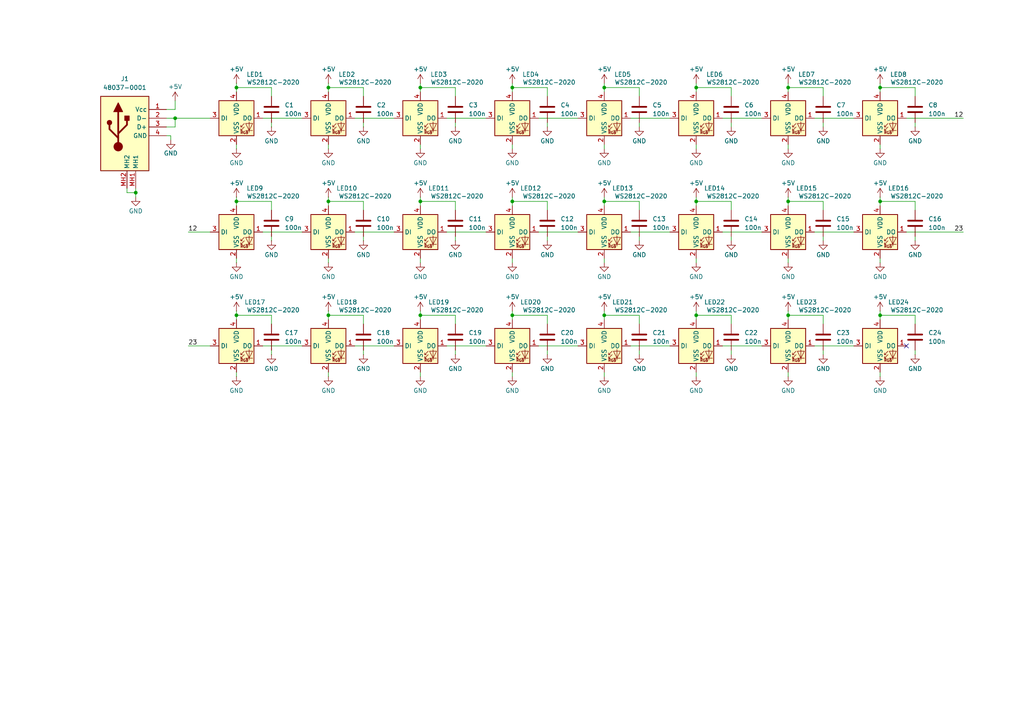
<source format=kicad_sch>
(kicad_sch (version 20250114) (generator "eeschema") (generator_version "9.0")
  (paper "A4")
  (lib_symbols
    (symbol "48037-0001:48037-0001"
      (property "Reference" "J" (at 12.7 13.97 0))
      (property "Value" "48037-0001" (at 10.16 10.16 0))
      (symbol "48037-0001_0_1"
        (circle (center -2.54 1.27) (radius 0.635) (stroke (width 0.254)) (fill (type outline)))
        (polyline (pts (xy -1.27 4.445) (xy 0 6.985) (xy 1.27 4.445) (xy -1.27 4.445)) (stroke (width 0.254)) (fill (type outline)))
        (polyline (pts (xy 0 -1.905) (xy 2.54 0.635) (xy 2.54 1.905)) (stroke (width 0.508)))
        (polyline (pts (xy 0 -3.175) (xy -2.54 -0.635) (xy -2.54 0.635)) (stroke (width 0.508)))
        (polyline (pts (xy 0 -5.715) (xy 0 4.445)) (stroke (width 0.508)))
        (circle (center 0 -5.715) (radius 1.27) (fill (type outline)))
        (rectangle (start 1.905 1.905) (end 3.175 3.175) (stroke (width 0.254)) (fill (type outline)))
      )
      (symbol "48037-0001_1_1"
        (rectangle (start -5.08 8.89) (end 8.89 -12.7) (stroke (width 0.254)) (fill (type background)))
        (pin passive line (at 2.54 -17.78 90) (length 5.08) (name "MH2") (number "MH2"))
        (pin passive line (at 5.08 -17.78 90) (length 5.08) (name "MH1") (number "MH1"))
        (pin passive line (at 13.97 5.08 180) (length 5.08) (name "Vcc") (number "1"))
        (pin passive line (at 13.97 2.54 180) (length 5.08) (name "D-") (number "2"))
        (pin passive line (at 13.97 0 180) (length 5.08) (name "D+") (number "3"))
        (pin passive line (at 13.97 -2.54 180) (length 5.08) (name "GND") (number "4"))
      )
    )
    (symbol "Device:C" (pin_numbers (hide yes)) (pin_names (offset 0.254))
      (property "Reference" "C" (at 0.635 2.54 0))
      (property "Value" "C" (at 0.635 -2.54 0))
      (symbol "C_0_1"
        (polyline (pts (xy -2.032 0.762) (xy 2.032 0.762)) (stroke (width 0.508)))
        (polyline (pts (xy -2.032 -0.762) (xy 2.032 -0.762)) (stroke (width 0.508)))
      )
      (symbol "C_1_1"
        (pin passive line (at 0 3.81 270) (length 2.794) (name "~") (number "1"))
        (pin passive line (at 0 -3.81 90) (length 2.794) (name "~") (number "2"))
      )
    )
    (symbol "WS2812C-2020:WS2812C-2020"
      (property "Reference" "LED" (at 21.59 7.62 0))
      (property "Value" "WS2812C-2020" (at 21.59 5.08 0))
      (symbol "WS2812C-2020_0_0"
        (text "RGB" (at 2.286 -4.191 0) (effects (font (size 0.762 0.762))))
      )
      (symbol "WS2812C-2020_0_1"
        (polyline (pts (xy 1.27 -2.54) (xy 1.778 -2.54)))
        (polyline (pts (xy 1.27 -3.556) (xy 1.778 -3.556)))
        (polyline (pts (xy 2.286 -1.524) (xy 1.27 -2.54) (xy 1.27 -2.032)))
        (polyline (pts (xy 2.286 -2.54) (xy 1.27 -3.556) (xy 1.27 -3.048)))
        (polyline (pts (xy 3.683 -1.016) (xy 3.683 -3.556) (xy 3.683 -4.064)))
        (polyline (pts (xy 4.699 -1.524) (xy 2.667 -1.524) (xy 3.683 -3.556) (xy 4.699 -1.524)))
        (polyline (pts (xy 4.699 -3.556) (xy 2.667 -3.556)))
        (rectangle (start 5.08 5.08) (end -5.08 -5.08) (stroke (width 0.254)) (fill (type background)))
      )
      (symbol "WS2812C-2020_1_1"
        (pin input line (at -7.62 0 0) (length 2.54) (name "DI") (number "3"))
        (pin power_in line (at 0 7.62 270) (length 2.54) (name "VDD") (number "4"))
        (pin power_in line (at 0 -7.62 90) (length 2.54) (name "VSS") (number "2"))
        (pin output line (at 7.62 0 180) (length 2.54) (name "DO") (number "1"))
      )
    )
    (symbol "power:GND" (power) (pin_numbers (hide yes)) (pin_names (offset 0) (hide yes))
      (property "Value" "GND" (at 0 -3.81 0))
      (symbol "GND_0_1"
        (polyline (pts (xy 0 0) (xy 0 -1.27) (xy 1.27 -1.27) (xy 0 -2.54) (xy -1.27 -1.27) (xy 0 -1.27)))
      )
      (symbol "GND_1_1"
        (pin power_in line (at 0 0 270) (length 0) (name "~") (number "1"))
      )
    )
    (symbol "power:VCC" (power) (pin_numbers (hide yes)) (pin_names (offset 0) (hide yes))
      (property "Value" "VCC" (at 0 3.556 0))
      (symbol "VCC_0_1"
        (polyline (pts (xy -0.762 1.27) (xy 0 2.54)))
        (polyline (pts (xy 0 2.54) (xy 0.762 1.27)))
        (polyline (pts (xy 0 0) (xy 0 2.54)))
      )
      (symbol "VCC_1_1"
        (pin power_in line (at 0 0 90) (length 0) (name "~") (number "1"))
      )
    )
  )
  (junction (at 255.27 58.42))
  (junction (at 95.25 91.44))
  (junction (at 39.37 55.88))
  (junction (at 50.8 34.29))
  (junction (at 121.92 25.4))
  (junction (at 68.58 25.4))
  (junction (at 201.93 91.44))
  (junction (at 95.25 25.4))
  (junction (at 121.92 58.42))
  (junction (at 201.93 58.42))
  (junction (at 95.25 58.42))
  (junction (at 255.27 91.44))
  (junction (at 148.59 58.42))
  (junction (at 175.26 91.44))
  (junction (at 148.59 25.4))
  (junction (at 121.92 91.44))
  (junction (at 228.6 25.4))
  (junction (at 201.93 25.4))
  (junction (at 228.6 58.42))
  (junction (at 228.6 91.44))
  (junction (at 68.58 91.44))
  (junction (at 175.26 58.42))
  (junction (at 175.26 25.4))
  (junction (at 68.58 58.42))
  (junction (at 148.59 91.44))
  (junction (at 255.27 25.4))
  (no_connect (at 262.89 100.33))
  (wire (pts (xy 121.92 91.44) (xy 121.92 92.71)))
  (wire (pts (xy 262.89 67.31) (xy 279.4 67.31)))
  (wire (pts (xy 175.26 91.44) (xy 185.42 91.44)))
  (wire (pts (xy 201.93 58.42) (xy 212.09 58.42)))
  (wire (pts (xy 148.59 57.15) (xy 148.59 58.42)))
  (wire (pts (xy 148.59 24.13) (xy 148.59 25.4)))
  (wire (pts (xy 265.43 68.58) (xy 265.43 69.85)))
  (wire (pts (xy 255.27 107.95) (xy 255.27 109.22)))
  (wire (pts (xy 255.27 74.93) (xy 255.27 76.2)))
  (wire (pts (xy 201.93 25.4) (xy 212.09 25.4)))
  (wire (pts (xy 238.76 93.98) (xy 238.76 91.44)))
  (wire (pts (xy 95.25 107.95) (xy 95.25 109.22)))
  (wire (pts (xy 50.8 36.83) (xy 50.8 34.29)))
  (wire (pts (xy 50.8 34.29) (xy 60.96 34.29)))
  (wire (pts (xy 68.58 91.44) (xy 78.74 91.44)))
  (wire (pts (xy 212.09 27.94) (xy 212.09 25.4)))
  (wire (pts (xy 49.53 39.37) (xy 48.26 39.37)))
  (wire (pts (xy 156.21 34.29) (xy 167.64 34.29)))
  (wire (pts (xy 78.74 35.56) (xy 78.74 36.83)))
  (wire (pts (xy 228.6 25.4) (xy 228.6 26.67)))
  (wire (pts (xy 201.93 25.4) (xy 201.93 26.67)))
  (wire (pts (xy 255.27 25.4) (xy 255.27 26.67)))
  (wire (pts (xy 148.59 107.95) (xy 148.59 109.22)))
  (wire (pts (xy 185.42 101.6) (xy 185.42 102.87)))
  (wire (pts (xy 238.76 68.58) (xy 238.76 69.85)))
  (wire (pts (xy 68.58 74.93) (xy 68.58 76.2)))
  (wire (pts (xy 148.59 91.44) (xy 148.59 92.71)))
  (wire (pts (xy 228.6 91.44) (xy 228.6 92.71)))
  (wire (pts (xy 48.26 34.29) (xy 50.8 34.29)))
  (wire (pts (xy 201.93 91.44) (xy 201.93 92.71)))
  (wire (pts (xy 76.2 67.31) (xy 87.63 67.31)))
  (wire (pts (xy 129.54 34.29) (xy 140.97 34.29)))
  (wire (pts (xy 121.92 90.17) (xy 121.92 91.44)))
  (wire (pts (xy 209.55 34.29) (xy 220.98 34.29)))
  (wire (pts (xy 121.92 74.93) (xy 121.92 76.2)))
  (wire (pts (xy 50.8 31.75) (xy 48.26 31.75)))
  (wire (pts (xy 228.6 107.95) (xy 228.6 109.22)))
  (wire (pts (xy 121.92 25.4) (xy 121.92 26.67)))
  (wire (pts (xy 238.76 101.6) (xy 238.76 102.87)))
  (wire (pts (xy 228.6 74.93) (xy 228.6 76.2)))
  (wire (pts (xy 228.6 25.4) (xy 238.76 25.4)))
  (wire (pts (xy 158.75 68.58) (xy 158.75 69.85)))
  (wire (pts (xy 255.27 57.15) (xy 255.27 58.42)))
  (wire (pts (xy 78.74 60.96) (xy 78.74 58.42)))
  (wire (pts (xy 102.87 67.31) (xy 114.3 67.31)))
  (wire (pts (xy 236.22 67.31) (xy 247.65 67.31)))
  (wire (pts (xy 175.26 41.91) (xy 175.26 43.18)))
  (wire (pts (xy 185.42 27.94) (xy 185.42 25.4)))
  (wire (pts (xy 185.42 93.98) (xy 185.42 91.44)))
  (wire (pts (xy 201.93 57.15) (xy 201.93 58.42)))
  (wire (pts (xy 212.09 68.58) (xy 212.09 69.85)))
  (wire (pts (xy 182.88 34.29) (xy 194.31 34.29)))
  (wire (pts (xy 48.26 36.83) (xy 50.8 36.83)))
  (wire (pts (xy 121.92 25.4) (xy 132.08 25.4)))
  (wire (pts (xy 132.08 35.56) (xy 132.08 36.83)))
  (wire (pts (xy 121.92 57.15) (xy 121.92 58.42)))
  (wire (pts (xy 255.27 90.17) (xy 255.27 91.44)))
  (wire (pts (xy 39.37 55.88) (xy 39.37 57.15)))
  (wire (pts (xy 175.26 74.93) (xy 175.26 76.2)))
  (wire (pts (xy 228.6 41.91) (xy 228.6 43.18)))
  (wire (pts (xy 236.22 100.33) (xy 247.65 100.33)))
  (wire (pts (xy 50.8 29.21) (xy 50.8 31.75)))
  (wire (pts (xy 201.93 41.91) (xy 201.93 43.18)))
  (wire (pts (xy 255.27 91.44) (xy 255.27 92.71)))
  (wire (pts (xy 228.6 57.15) (xy 228.6 58.42)))
  (wire (pts (xy 148.59 58.42) (xy 148.59 59.69)))
  (wire (pts (xy 209.55 67.31) (xy 220.98 67.31)))
  (wire (pts (xy 201.93 74.93) (xy 201.93 76.2)))
  (wire (pts (xy 228.6 24.13) (xy 228.6 25.4)))
  (wire (pts (xy 95.25 58.42) (xy 95.25 59.69)))
  (wire (pts (xy 265.43 60.96) (xy 265.43 58.42)))
  (wire (pts (xy 78.74 101.6) (xy 78.74 102.87)))
  (wire (pts (xy 68.58 58.42) (xy 78.74 58.42)))
  (wire (pts (xy 255.27 25.4) (xy 265.43 25.4)))
  (wire (pts (xy 148.59 25.4) (xy 148.59 26.67)))
  (wire (pts (xy 185.42 68.58) (xy 185.42 69.85)))
  (wire (pts (xy 185.42 60.96) (xy 185.42 58.42)))
  (wire (pts (xy 68.58 107.95) (xy 68.58 109.22)))
  (wire (pts (xy 158.75 60.96) (xy 158.75 58.42)))
  (wire (pts (xy 209.55 100.33) (xy 220.98 100.33)))
  (wire (pts (xy 105.41 60.96) (xy 105.41 58.42)))
  (wire (pts (xy 175.26 90.17) (xy 175.26 91.44)))
  (wire (pts (xy 156.21 67.31) (xy 167.64 67.31)))
  (wire (pts (xy 228.6 91.44) (xy 238.76 91.44)))
  (wire (pts (xy 148.59 58.42) (xy 158.75 58.42)))
  (wire (pts (xy 95.25 25.4) (xy 105.41 25.4)))
  (wire (pts (xy 255.27 58.42) (xy 255.27 59.69)))
  (wire (pts (xy 121.92 91.44) (xy 132.08 91.44)))
  (wire (pts (xy 185.42 35.56) (xy 185.42 36.83)))
  (wire (pts (xy 238.76 60.96) (xy 238.76 58.42)))
  (wire (pts (xy 132.08 27.94) (xy 132.08 25.4)))
  (wire (pts (xy 49.53 40.64) (xy 49.53 39.37)))
  (wire (pts (xy 175.26 58.42) (xy 175.26 59.69)))
  (wire (pts (xy 68.58 58.42) (xy 68.58 59.69)))
  (wire (pts (xy 175.26 57.15) (xy 175.26 58.42)))
  (wire (pts (xy 265.43 93.98) (xy 265.43 91.44)))
  (wire (pts (xy 175.26 91.44) (xy 175.26 92.71)))
  (wire (pts (xy 175.26 25.4) (xy 175.26 26.67)))
  (wire (pts (xy 201.93 24.13) (xy 201.93 25.4)))
  (wire (pts (xy 238.76 27.94) (xy 238.76 25.4)))
  (wire (pts (xy 158.75 93.98) (xy 158.75 91.44)))
  (wire (pts (xy 265.43 27.94) (xy 265.43 25.4)))
  (wire (pts (xy 228.6 58.42) (xy 238.76 58.42)))
  (wire (pts (xy 105.41 93.98) (xy 105.41 91.44)))
  (wire (pts (xy 102.87 100.33) (xy 114.3 100.33)))
  (wire (pts (xy 148.59 25.4) (xy 158.75 25.4)))
  (wire (pts (xy 175.26 107.95) (xy 175.26 109.22)))
  (wire (pts (xy 76.2 34.29) (xy 87.63 34.29)))
  (wire (pts (xy 255.27 41.91) (xy 255.27 43.18)))
  (wire (pts (xy 148.59 74.93) (xy 148.59 76.2)))
  (wire (pts (xy 78.74 93.98) (xy 78.74 91.44)))
  (wire (pts (xy 265.43 101.6) (xy 265.43 102.87)))
  (wire (pts (xy 95.25 57.15) (xy 95.25 58.42)))
  (wire (pts (xy 121.92 58.42) (xy 121.92 59.69)))
  (wire (pts (xy 158.75 27.94) (xy 158.75 25.4)))
  (wire (pts (xy 158.75 101.6) (xy 158.75 102.87)))
  (wire (pts (xy 68.58 57.15) (xy 68.58 58.42)))
  (wire (pts (xy 129.54 100.33) (xy 140.97 100.33)))
  (wire (pts (xy 255.27 58.42) (xy 265.43 58.42)))
  (wire (pts (xy 201.93 58.42) (xy 201.93 59.69)))
  (wire (pts (xy 95.25 24.13) (xy 95.25 25.4)))
  (wire (pts (xy 95.25 41.91) (xy 95.25 43.18)))
  (wire (pts (xy 201.93 107.95) (xy 201.93 109.22)))
  (wire (pts (xy 36.83 54.61) (xy 36.83 55.88)))
  (wire (pts (xy 129.54 67.31) (xy 140.97 67.31)))
  (wire (pts (xy 105.41 27.94) (xy 105.41 25.4)))
  (wire (pts (xy 95.25 91.44) (xy 105.41 91.44)))
  (wire (pts (xy 105.41 35.56) (xy 105.41 36.83)))
  (wire (pts (xy 132.08 101.6) (xy 132.08 102.87)))
  (wire (pts (xy 95.25 74.93) (xy 95.25 76.2)))
  (wire (pts (xy 68.58 25.4) (xy 68.58 26.67)))
  (wire (pts (xy 105.41 68.58) (xy 105.41 69.85)))
  (wire (pts (xy 148.59 90.17) (xy 148.59 91.44)))
  (wire (pts (xy 148.59 41.91) (xy 148.59 43.18)))
  (wire (pts (xy 182.88 67.31) (xy 194.31 67.31)))
  (wire (pts (xy 68.58 24.13) (xy 68.58 25.4)))
  (wire (pts (xy 238.76 35.56) (xy 238.76 36.83)))
  (wire (pts (xy 68.58 41.91) (xy 68.58 43.18)))
  (wire (pts (xy 228.6 90.17) (xy 228.6 91.44)))
  (wire (pts (xy 95.25 25.4) (xy 95.25 26.67)))
  (wire (pts (xy 36.83 55.88) (xy 39.37 55.88)))
  (wire (pts (xy 68.58 25.4) (xy 78.74 25.4)))
  (wire (pts (xy 121.92 41.91) (xy 121.92 43.18)))
  (wire (pts (xy 78.74 27.94) (xy 78.74 25.4)))
  (wire (pts (xy 212.09 101.6) (xy 212.09 102.87)))
  (wire (pts (xy 121.92 58.42) (xy 132.08 58.42)))
  (wire (pts (xy 201.93 90.17) (xy 201.93 91.44)))
  (wire (pts (xy 54.61 67.31) (xy 60.96 67.31)))
  (wire (pts (xy 175.26 58.42) (xy 185.42 58.42)))
  (wire (pts (xy 236.22 34.29) (xy 247.65 34.29)))
  (wire (pts (xy 121.92 24.13) (xy 121.92 25.4)))
  (wire (pts (xy 265.43 35.56) (xy 265.43 36.83)))
  (wire (pts (xy 201.93 91.44) (xy 212.09 91.44)))
  (wire (pts (xy 95.25 91.44) (xy 95.25 92.71)))
  (wire (pts (xy 95.25 58.42) (xy 105.41 58.42)))
  (wire (pts (xy 182.88 100.33) (xy 194.31 100.33)))
  (wire (pts (xy 132.08 68.58) (xy 132.08 69.85)))
  (wire (pts (xy 95.25 90.17) (xy 95.25 91.44)))
  (wire (pts (xy 121.92 107.95) (xy 121.92 109.22)))
  (wire (pts (xy 175.26 24.13) (xy 175.26 25.4)))
  (wire (pts (xy 255.27 24.13) (xy 255.27 25.4)))
  (wire (pts (xy 212.09 93.98) (xy 212.09 91.44)))
  (wire (pts (xy 102.87 34.29) (xy 114.3 34.29)))
  (wire (pts (xy 175.26 25.4) (xy 185.42 25.4)))
  (wire (pts (xy 212.09 60.96) (xy 212.09 58.42)))
  (wire (pts (xy 262.89 34.29) (xy 279.4 34.29)))
  (wire (pts (xy 156.21 100.33) (xy 167.64 100.33)))
  (wire (pts (xy 68.58 91.44) (xy 68.58 92.71)))
  (wire (pts (xy 228.6 58.42) (xy 228.6 59.69)))
  (wire (pts (xy 76.2 100.33) (xy 87.63 100.33)))
  (wire (pts (xy 255.27 91.44) (xy 265.43 91.44)))
  (wire (pts (xy 212.09 35.56) (xy 212.09 36.83)))
  (wire (pts (xy 132.08 93.98) (xy 132.08 91.44)))
  (wire (pts (xy 68.58 90.17) (xy 68.58 91.44)))
  (wire (pts (xy 148.59 91.44) (xy 158.75 91.44)))
  (wire (pts (xy 54.61 100.33) (xy 60.96 100.33)))
  (wire (pts (xy 158.75 35.56) (xy 158.75 36.83)))
  (wire (pts (xy 105.41 101.6) (xy 105.41 102.87)))
  (wire (pts (xy 39.37 54.61) (xy 39.37 55.88)))
  (wire (pts (xy 132.08 60.96) (xy 132.08 58.42)))
  (wire (pts (xy 78.74 68.58) (xy 78.74 69.85)))
  (label "12" (at 54.61 67.31 0))
  (label "23" (at 279.4 67.31 180))
  (label "23" (at 54.61 100.33 0))
  (label "12" (at 279.4 34.29 180))
  (symbol (lib_id "Device:C") (at 158.75 97.79 0) (unit 1)
    (property "Reference" "C20" (at 162.56 96.5199 0) (effects (justify left)))
    (property "Value" "100n" (at 162.56 99.0599 0) (effects (justify left)))
    (property "Footprint" "Capacitor_SMD:C_0603_1608Metric" (effects (hide yes)))
    (property "Description" "Unpolarized capacitor" (effects (hide yes)))
  )
  (symbol (lib_id "Device:C") (at 265.43 64.77 0) (unit 1)
    (property "Reference" "C16" (at 269.24 63.4999 0) (effects (justify left)))
    (property "Value" "100n" (at 269.24 66.0399 0) (effects (justify left)))
    (property "Footprint" "Capacitor_SMD:C_0603_1608Metric" (effects (hide yes)))
    (property "Description" "Unpolarized capacitor" (effects (hide yes)))
  )
  (symbol (lib_id "WS2812C-2020:WS2812C-2020") (at 201.93 34.29 0) (unit 1)
    (property "Reference" "LED6" (at 207.264 21.59 0))
    (property "Value" "WS2812C-2020" (at 212.598 23.876 0))
    (property "Footprint" "WS2812C-2020:WS2812C2020" (effects (hide yes)))
    (property "Datasheet" "http://www.world-semi.com/DownLoadFile/139" (effects (hide yes)))
    (property "Description" "Intelligent control LED integrated light source" (effects (hide yes)))
    (property "Height" "0.84" (effects (hide yes)))
    (property "Manufacturer_Name" "Worldsemi" (effects (hide yes)))
    (property "Manufacturer_Part_Number" "WS2812C-2020" (effects (hide yes)))
  )
  (symbol (lib_id "power:GND") (at 148.59 109.22 0) (unit 1)
    (property "Reference" "#PWR062" (effects (hide yes)))
    (property "Value" "GND" (at 148.59 113.284 0))
    (property "Description" "Power symbol creates a global label with name \"GND\" , ground" (effects (hide yes)))
  )
  (symbol (lib_id "power:GND") (at 185.42 102.87 0) (unit 1)
    (property "Reference" "#PWR066" (effects (hide yes)))
    (property "Value" "GND" (at 185.42 106.934 0))
    (property "Description" "Power symbol creates a global label with name \"GND\" , ground" (effects (hide yes)))
  )
  (symbol (lib_id "power:GND") (at 255.27 43.18 0) (unit 1)
    (property "Reference" "#PWR026" (effects (hide yes)))
    (property "Value" "GND" (at 255.27 47.244 0))
    (property "Description" "Power symbol creates a global label with name \"GND\" , ground" (effects (hide yes)))
  )
  (symbol (lib_id "power:GND") (at 105.41 102.87 0) (unit 1)
    (property "Reference" "#PWR057" (effects (hide yes)))
    (property "Value" "GND" (at 105.41 106.934 0))
    (property "Description" "Power symbol creates a global label with name \"GND\" , ground" (effects (hide yes)))
  )
  (symbol (lib_id "Device:C") (at 265.43 97.79 0) (unit 1)
    (property "Reference" "C24" (at 269.24 96.5199 0) (effects (justify left)))
    (property "Value" "100n" (at 269.24 99.0599 0) (effects (justify left)))
    (property "Footprint" "Capacitor_SMD:C_0603_1608Metric" (effects (hide yes)))
    (property "Description" "Unpolarized capacitor" (effects (hide yes)))
  )
  (symbol (lib_id "Device:C") (at 185.42 97.79 0) (unit 1)
    (property "Reference" "C21" (at 189.23 96.5199 0) (effects (justify left)))
    (property "Value" "100n" (at 189.23 99.0599 0) (effects (justify left)))
    (property "Footprint" "Capacitor_SMD:C_0603_1608Metric" (effects (hide yes)))
    (property "Description" "Unpolarized capacitor" (effects (hide yes)))
  )
  (symbol (lib_id "power:VCC") (at 228.6 57.15 0) (unit 1)
    (property "Reference" "#PWR046" (effects (hide yes)))
    (property "Value" "+5V" (at 228.6 53.086 0))
    (property "Description" "Power symbol creates a global label with name \"VCC\"" (effects (hide yes)))
  )
  (symbol (lib_id "power:GND") (at 212.09 36.83 0) (unit 1)
    (property "Reference" "#PWR021" (effects (hide yes)))
    (property "Value" "GND" (at 212.09 40.894 0))
    (property "Description" "Power symbol creates a global label with name \"GND\" , ground" (effects (hide yes)))
  )
  (symbol (lib_id "WS2812C-2020:WS2812C-2020") (at 95.25 34.29 0) (unit 1)
    (property "Reference" "LED2" (at 100.584 21.59 0))
    (property "Value" "WS2812C-2020" (at 105.918 23.876 0))
    (property "Footprint" "WS2812C-2020:WS2812C2020" (effects (hide yes)))
    (property "Datasheet" "http://www.world-semi.com/DownLoadFile/139" (effects (hide yes)))
    (property "Description" "Intelligent control LED integrated light source" (effects (hide yes)))
    (property "Height" "0.84" (effects (hide yes)))
    (property "Manufacturer_Name" "Worldsemi" (effects (hide yes)))
    (property "Manufacturer_Part_Number" "WS2812C-2020" (effects (hide yes)))
  )
  (symbol (lib_id "power:GND") (at 212.09 102.87 0) (unit 1)
    (property "Reference" "#PWR069" (effects (hide yes)))
    (property "Value" "GND" (at 212.09 106.934 0))
    (property "Description" "Power symbol creates a global label with name \"GND\" , ground" (effects (hide yes)))
  )
  (symbol (lib_id "power:VCC") (at 121.92 57.15 0) (unit 1)
    (property "Reference" "#PWR034" (effects (hide yes)))
    (property "Value" "+5V" (at 121.92 53.086 0))
    (property "Description" "Power symbol creates a global label with name \"VCC\"" (effects (hide yes)))
  )
  (symbol (lib_id "power:GND") (at 132.08 36.83 0) (unit 1)
    (property "Reference" "#PWR012" (effects (hide yes)))
    (property "Value" "GND" (at 132.08 40.894 0))
    (property "Description" "Power symbol creates a global label with name \"GND\" , ground" (effects (hide yes)))
  )
  (symbol (lib_id "power:GND") (at 95.25 109.22 0) (unit 1)
    (property "Reference" "#PWR056" (effects (hide yes)))
    (property "Value" "GND" (at 95.25 113.284 0))
    (property "Description" "Power symbol creates a global label with name \"GND\" , ground" (effects (hide yes)))
  )
  (symbol (lib_id "power:GND") (at 105.41 36.83 0) (unit 1)
    (property "Reference" "#PWR09" (effects (hide yes)))
    (property "Value" "GND" (at 105.41 40.894 0))
    (property "Description" "Power symbol creates a global label with name \"GND\" , ground" (effects (hide yes)))
  )
  (symbol (lib_id "WS2812C-2020:WS2812C-2020") (at 95.25 100.33 0) (unit 1)
    (property "Reference" "LED18" (at 100.584 87.63 0))
    (property "Value" "WS2812C-2020" (at 105.918 89.916 0))
    (property "Footprint" "WS2812C-2020:WS2812C2020" (effects (hide yes)))
    (property "Datasheet" "http://www.world-semi.com/DownLoadFile/139" (effects (hide yes)))
    (property "Description" "Intelligent control LED integrated light source" (effects (hide yes)))
    (property "Height" "0.84" (effects (hide yes)))
    (property "Manufacturer_Name" "Worldsemi" (effects (hide yes)))
    (property "Manufacturer_Part_Number" "WS2812C-2020" (effects (hide yes)))
  )
  (symbol (lib_id "power:GND") (at 265.43 36.83 0) (unit 1)
    (property "Reference" "#PWR027" (effects (hide yes)))
    (property "Value" "GND" (at 265.43 40.894 0))
    (property "Description" "Power symbol creates a global label with name \"GND\" , ground" (effects (hide yes)))
  )
  (symbol (lib_id "WS2812C-2020:WS2812C-2020") (at 201.93 67.31 0) (unit 1)
    (property "Reference" "LED14" (at 207.264 54.61 0))
    (property "Value" "WS2812C-2020" (at 212.598 56.896 0))
    (property "Footprint" "WS2812C-2020:WS2812C2020" (effects (hide yes)))
    (property "Datasheet" "http://www.world-semi.com/DownLoadFile/139" (effects (hide yes)))
    (property "Description" "Intelligent control LED integrated light source" (effects (hide yes)))
    (property "Height" "0.84" (effects (hide yes)))
    (property "Manufacturer_Name" "Worldsemi" (effects (hide yes)))
    (property "Manufacturer_Part_Number" "WS2812C-2020" (effects (hide yes)))
  )
  (symbol (lib_id "Device:C") (at 265.43 31.75 0) (unit 1)
    (property "Reference" "C8" (at 269.24 30.4799 0) (effects (justify left)))
    (property "Value" "100n" (at 269.24 33.0199 0) (effects (justify left)))
    (property "Footprint" "Capacitor_SMD:C_0603_1608Metric" (effects (hide yes)))
    (property "Description" "Unpolarized capacitor" (effects (hide yes)))
  )
  (symbol (lib_id "power:GND") (at 132.08 69.85 0) (unit 1)
    (property "Reference" "#PWR036" (effects (hide yes)))
    (property "Value" "GND" (at 132.08 73.914 0))
    (property "Description" "Power symbol creates a global label with name \"GND\" , ground" (effects (hide yes)))
  )
  (symbol (lib_id "power:GND") (at 78.74 102.87 0) (unit 1)
    (property "Reference" "#PWR054" (effects (hide yes)))
    (property "Value" "GND" (at 78.74 106.934 0))
    (property "Description" "Power symbol creates a global label with name \"GND\" , ground" (effects (hide yes)))
  )
  (symbol (lib_id "WS2812C-2020:WS2812C-2020") (at 121.92 34.29 0) (unit 1)
    (property "Reference" "LED3" (at 127.254 21.59 0))
    (property "Value" "WS2812C-2020" (at 132.588 23.876 0))
    (property "Footprint" "WS2812C-2020:WS2812C2020" (effects (hide yes)))
    (property "Datasheet" "http://www.world-semi.com/DownLoadFile/139" (effects (hide yes)))
    (property "Description" "Intelligent control LED integrated light source" (effects (hide yes)))
    (property "Height" "0.84" (effects (hide yes)))
    (property "Manufacturer_Name" "Worldsemi" (effects (hide yes)))
    (property "Manufacturer_Part_Number" "WS2812C-2020" (effects (hide yes)))
  )
  (symbol (lib_id "power:GND") (at 158.75 36.83 0) (unit 1)
    (property "Reference" "#PWR015" (effects (hide yes)))
    (property "Value" "GND" (at 158.75 40.894 0))
    (property "Description" "Power symbol creates a global label with name \"GND\" , ground" (effects (hide yes)))
  )
  (symbol (lib_id "power:VCC") (at 201.93 57.15 0) (unit 1)
    (property "Reference" "#PWR043" (effects (hide yes)))
    (property "Value" "+5V" (at 201.93 53.086 0))
    (property "Description" "Power symbol creates a global label with name \"VCC\"" (effects (hide yes)))
  )
  (symbol (lib_id "WS2812C-2020:WS2812C-2020") (at 175.26 34.29 0) (unit 1)
    (property "Reference" "LED5" (at 180.594 21.59 0))
    (property "Value" "WS2812C-2020" (at 185.928 23.876 0))
    (property "Footprint" "WS2812C-2020:WS2812C2020" (effects (hide yes)))
    (property "Datasheet" "http://www.world-semi.com/DownLoadFile/139" (effects (hide yes)))
    (property "Description" "Intelligent control LED integrated light source" (effects (hide yes)))
    (property "Height" "0.84" (effects (hide yes)))
    (property "Manufacturer_Name" "Worldsemi" (effects (hide yes)))
    (property "Manufacturer_Part_Number" "WS2812C-2020" (effects (hide yes)))
  )
  (symbol (lib_id "power:GND") (at 201.93 43.18 0) (unit 1)
    (property "Reference" "#PWR020" (effects (hide yes)))
    (property "Value" "GND" (at 201.93 47.244 0))
    (property "Description" "Power symbol creates a global label with name \"GND\" , ground" (effects (hide yes)))
  )
  (symbol (lib_id "Device:C") (at 212.09 97.79 0) (unit 1)
    (property "Reference" "C22" (at 215.9 96.5199 0) (effects (justify left)))
    (property "Value" "100n" (at 215.9 99.0599 0) (effects (justify left)))
    (property "Footprint" "Capacitor_SMD:C_0603_1608Metric" (effects (hide yes)))
    (property "Description" "Unpolarized capacitor" (effects (hide yes)))
  )
  (symbol (lib_id "power:VCC") (at 228.6 24.13 0) (unit 1)
    (property "Reference" "#PWR022" (effects (hide yes)))
    (property "Value" "+5V" (at 228.6 20.066 0))
    (property "Description" "Power symbol creates a global label with name \"VCC\"" (effects (hide yes)))
  )
  (symbol (lib_id "power:VCC") (at 228.6 90.17 0) (unit 1)
    (property "Reference" "#PWR070" (effects (hide yes)))
    (property "Value" "+5V" (at 228.6 86.106 0))
    (property "Description" "Power symbol creates a global label with name \"VCC\"" (effects (hide yes)))
  )
  (symbol (lib_id "Device:C") (at 185.42 31.75 0) (unit 1)
    (property "Reference" "C5" (at 189.23 30.4799 0) (effects (justify left)))
    (property "Value" "100n" (at 189.23 33.0199 0) (effects (justify left)))
    (property "Footprint" "Capacitor_SMD:C_0603_1608Metric" (effects (hide yes)))
    (property "Description" "Unpolarized capacitor" (effects (hide yes)))
  )
  (symbol (lib_id "Device:C") (at 238.76 31.75 0) (unit 1)
    (property "Reference" "C7" (at 242.57 30.4799 0) (effects (justify left)))
    (property "Value" "100n" (at 242.57 33.0199 0) (effects (justify left)))
    (property "Footprint" "Capacitor_SMD:C_0603_1608Metric" (effects (hide yes)))
    (property "Description" "Unpolarized capacitor" (effects (hide yes)))
  )
  (symbol (lib_id "power:GND") (at 228.6 109.22 0) (unit 1)
    (property "Reference" "#PWR071" (effects (hide yes)))
    (property "Value" "GND" (at 228.6 113.284 0))
    (property "Description" "Power symbol creates a global label with name \"GND\" , ground" (effects (hide yes)))
  )
  (symbol (lib_id "power:GND") (at 175.26 43.18 0) (unit 1)
    (property "Reference" "#PWR017" (effects (hide yes)))
    (property "Value" "GND" (at 175.26 47.244 0))
    (property "Description" "Power symbol creates a global label with name \"GND\" , ground" (effects (hide yes)))
  )
  (symbol (lib_id "power:VCC") (at 68.58 57.15 0) (unit 1)
    (property "Reference" "#PWR028" (effects (hide yes)))
    (property "Value" "+5V" (at 68.58 53.086 0))
    (property "Description" "Power symbol creates a global label with name \"VCC\"" (effects (hide yes)))
  )
  (symbol (lib_id "power:VCC") (at 68.58 24.13 0) (unit 1)
    (property "Reference" "#PWR05" (effects (hide yes)))
    (property "Value" "+5V" (at 68.58 20.066 0))
    (property "Description" "Power symbol creates a global label with name \"VCC\"" (effects (hide yes)))
  )
  (symbol (lib_id "power:GND") (at 175.26 76.2 0) (unit 1)
    (property "Reference" "#PWR041" (effects (hide yes)))
    (property "Value" "GND" (at 175.26 80.264 0))
    (property "Description" "Power symbol creates a global label with name \"GND\" , ground" (effects (hide yes)))
  )
  (symbol (lib_id "power:VCC") (at 95.25 24.13 0) (unit 1)
    (property "Reference" "#PWR07" (effects (hide yes)))
    (property "Value" "+5V" (at 95.25 20.066 0))
    (property "Description" "Power symbol creates a global label with name \"VCC\"" (effects (hide yes)))
  )
  (symbol (lib_id "Device:C") (at 132.08 97.79 0) (unit 1)
    (property "Reference" "C19" (at 135.89 96.5199 0) (effects (justify left)))
    (property "Value" "100n" (at 135.89 99.0599 0) (effects (justify left)))
    (property "Footprint" "Capacitor_SMD:C_0603_1608Metric" (effects (hide yes)))
    (property "Description" "Unpolarized capacitor" (effects (hide yes)))
  )
  (symbol (lib_id "power:GND") (at 39.37 57.15 0) (unit 1)
    (property "Reference" "#PWR01" (effects (hide yes)))
    (property "Value" "GND" (at 39.37 61.214 0))
    (property "Description" "Power symbol creates a global label with name \"GND\" , ground" (effects (hide yes)))
  )
  (symbol (lib_id "WS2812C-2020:WS2812C-2020") (at 68.58 67.31 0) (unit 1)
    (property "Reference" "LED9" (at 73.914 54.61 0))
    (property "Value" "WS2812C-2020" (at 79.248 56.896 0))
    (property "Footprint" "WS2812C-2020:WS2812C2020" (effects (hide yes)))
    (property "Datasheet" "http://www.world-semi.com/DownLoadFile/139" (effects (hide yes)))
    (property "Description" "Intelligent control LED integrated light source" (effects (hide yes)))
    (property "Height" "0.84" (effects (hide yes)))
    (property "Manufacturer_Name" "Worldsemi" (effects (hide yes)))
    (property "Manufacturer_Part_Number" "WS2812C-2020" (effects (hide yes)))
  )
  (symbol (lib_id "Device:C") (at 132.08 64.77 0) (unit 1)
    (property "Reference" "C11" (at 135.89 63.4999 0) (effects (justify left)))
    (property "Value" "100n" (at 135.89 66.0399 0) (effects (justify left)))
    (property "Footprint" "Capacitor_SMD:C_0603_1608Metric" (effects (hide yes)))
    (property "Description" "Unpolarized capacitor" (effects (hide yes)))
  )
  (symbol (lib_id "power:GND") (at 265.43 102.87 0) (unit 1)
    (property "Reference" "#PWR075" (effects (hide yes)))
    (property "Value" "GND" (at 265.43 106.934 0))
    (property "Description" "Power symbol creates a global label with name \"GND\" , ground" (effects (hide yes)))
  )
  (symbol (lib_id "WS2812C-2020:WS2812C-2020") (at 255.27 100.33 0) (unit 1)
    (property "Reference" "LED24" (at 260.604 87.63 0))
    (property "Value" "WS2812C-2020" (at 265.938 89.916 0))
    (property "Footprint" "WS2812C-2020:WS2812C2020" (effects (hide yes)))
    (property "Datasheet" "http://www.world-semi.com/DownLoadFile/139" (effects (hide yes)))
    (property "Description" "Intelligent control LED integrated light source" (effects (hide yes)))
    (property "Height" "0.84" (effects (hide yes)))
    (property "Manufacturer_Name" "Worldsemi" (effects (hide yes)))
    (property "Manufacturer_Part_Number" "WS2812C-2020" (effects (hide yes)))
  )
  (symbol (lib_id "power:VCC") (at 121.92 24.13 0) (unit 1)
    (property "Reference" "#PWR010" (effects (hide yes)))
    (property "Value" "+5V" (at 121.92 20.066 0))
    (property "Description" "Power symbol creates a global label with name \"VCC\"" (effects (hide yes)))
  )
  (symbol (lib_id "WS2812C-2020:WS2812C-2020") (at 68.58 100.33 0) (unit 1)
    (property "Reference" "LED17" (at 73.914 87.63 0))
    (property "Value" "WS2812C-2020" (at 79.248 89.916 0))
    (property "Footprint" "WS2812C-2020:WS2812C2020" (effects (hide yes)))
    (property "Datasheet" "http://www.world-semi.com/DownLoadFile/139" (effects (hide yes)))
    (property "Description" "Intelligent control LED integrated light source" (effects (hide yes)))
    (property "Height" "0.84" (effects (hide yes)))
    (property "Manufacturer_Name" "Worldsemi" (effects (hide yes)))
    (property "Manufacturer_Part_Number" "WS2812C-2020" (effects (hide yes)))
  )
  (symbol (lib_id "Device:C") (at 212.09 31.75 0) (unit 1)
    (property "Reference" "C6" (at 215.9 30.4799 0) (effects (justify left)))
    (property "Value" "100n" (at 215.9 33.0199 0) (effects (justify left)))
    (property "Footprint" "Capacitor_SMD:C_0603_1608Metric" (effects (hide yes)))
    (property "Description" "Unpolarized capacitor" (effects (hide yes)))
  )
  (symbol (lib_id "power:GND") (at 78.74 69.85 0) (unit 1)
    (property "Reference" "#PWR030" (effects (hide yes)))
    (property "Value" "GND" (at 78.74 73.914 0))
    (property "Description" "Power symbol creates a global label with name \"GND\" , ground" (effects (hide yes)))
  )
  (symbol (lib_id "power:VCC") (at 121.92 90.17 0) (unit 1)
    (property "Reference" "#PWR058" (effects (hide yes)))
    (property "Value" "+5V" (at 121.92 86.106 0))
    (property "Description" "Power symbol creates a global label with name \"VCC\"" (effects (hide yes)))
  )
  (symbol (lib_id "power:GND") (at 158.75 69.85 0) (unit 1)
    (property "Reference" "#PWR039" (effects (hide yes)))
    (property "Value" "GND" (at 158.75 73.914 0))
    (property "Description" "Power symbol creates a global label with name \"GND\" , ground" (effects (hide yes)))
  )
  (symbol (lib_id "power:VCC") (at 201.93 90.17 0) (unit 1)
    (property "Reference" "#PWR067" (effects (hide yes)))
    (property "Value" "+5V" (at 201.93 86.106 0))
    (property "Description" "Power symbol creates a global label with name \"VCC\"" (effects (hide yes)))
  )
  (symbol (lib_id "power:VCC") (at 201.93 24.13 0) (unit 1)
    (property "Reference" "#PWR019" (effects (hide yes)))
    (property "Value" "+5V" (at 201.93 20.066 0))
    (property "Description" "Power symbol creates a global label with name \"VCC\"" (effects (hide yes)))
  )
  (symbol (lib_id "WS2812C-2020:WS2812C-2020") (at 148.59 67.31 0) (unit 1)
    (property "Reference" "LED12" (at 153.924 54.61 0))
    (property "Value" "WS2812C-2020" (at 159.258 56.896 0))
    (property "Footprint" "WS2812C-2020:WS2812C2020" (effects (hide yes)))
    (property "Datasheet" "http://www.world-semi.com/DownLoadFile/139" (effects (hide yes)))
    (property "Description" "Intelligent control LED integrated light source" (effects (hide yes)))
    (property "Height" "0.84" (effects (hide yes)))
    (property "Manufacturer_Name" "Worldsemi" (effects (hide yes)))
    (property "Manufacturer_Part_Number" "WS2812C-2020" (effects (hide yes)))
  )
  (symbol (lib_id "power:VCC") (at 95.25 57.15 0) (unit 1)
    (property "Reference" "#PWR031" (effects (hide yes)))
    (property "Value" "+5V" (at 95.25 53.086 0))
    (property "Description" "Power symbol creates a global label with name \"VCC\"" (effects (hide yes)))
  )
  (symbol (lib_id "Device:C") (at 158.75 31.75 0) (unit 1)
    (property "Reference" "C4" (at 162.56 30.4799 0) (effects (justify left)))
    (property "Value" "100n" (at 162.56 33.0199 0) (effects (justify left)))
    (property "Footprint" "Capacitor_SMD:C_0603_1608Metric" (effects (hide yes)))
    (property "Description" "Unpolarized capacitor" (effects (hide yes)))
  )
  (symbol (lib_id "power:VCC") (at 148.59 24.13 0) (unit 1)
    (property "Reference" "#PWR013" (effects (hide yes)))
    (property "Value" "+5V" (at 148.59 20.066 0))
    (property "Description" "Power symbol creates a global label with name \"VCC\"" (effects (hide yes)))
  )
  (symbol (lib_id "power:GND") (at 201.93 76.2 0) (unit 1)
    (property "Reference" "#PWR044" (effects (hide yes)))
    (property "Value" "GND" (at 201.93 80.264 0))
    (property "Description" "Power symbol creates a global label with name \"GND\" , ground" (effects (hide yes)))
  )
  (symbol (lib_id "power:VCC") (at 175.26 57.15 0) (unit 1)
    (property "Reference" "#PWR040" (effects (hide yes)))
    (property "Value" "+5V" (at 175.26 53.086 0))
    (property "Description" "Power symbol creates a global label with name \"VCC\"" (effects (hide yes)))
  )
  (symbol (lib_id "power:GND") (at 49.53 40.64 0) (unit 1)
    (property "Reference" "#PWR03" (effects (hide yes)))
    (property "Value" "GND" (at 49.53 44.45 0))
    (property "Description" "Power symbol creates a global label with name \"GND\" , ground" (effects (hide yes)))
  )
  (symbol (lib_id "WS2812C-2020:WS2812C-2020") (at 95.25 67.31 0) (unit 1)
    (property "Reference" "LED10" (at 100.584 54.61 0))
    (property "Value" "WS2812C-2020" (at 105.918 56.896 0))
    (property "Footprint" "WS2812C-2020:WS2812C2020" (effects (hide yes)))
    (property "Datasheet" "http://www.world-semi.com/DownLoadFile/139" (effects (hide yes)))
    (property "Description" "Intelligent control LED integrated light source" (effects (hide yes)))
    (property "Height" "0.84" (effects (hide yes)))
    (property "Manufacturer_Name" "Worldsemi" (effects (hide yes)))
    (property "Manufacturer_Part_Number" "WS2812C-2020" (effects (hide yes)))
  )
  (symbol (lib_id "Device:C") (at 78.74 97.79 0) (unit 1)
    (property "Reference" "C17" (at 82.55 96.5199 0) (effects (justify left)))
    (property "Value" "100n" (at 82.55 99.0599 0) (effects (justify left)))
    (property "Footprint" "Capacitor_SMD:C_0603_1608Metric" (effects (hide yes)))
    (property "Description" "Unpolarized capacitor" (effects (hide yes)))
  )
  (symbol (lib_id "power:GND") (at 185.42 69.85 0) (unit 1)
    (property "Reference" "#PWR042" (effects (hide yes)))
    (property "Value" "GND" (at 185.42 73.914 0))
    (property "Description" "Power symbol creates a global label with name \"GND\" , ground" (effects (hide yes)))
  )
  (symbol (lib_id "power:VCC") (at 175.26 90.17 0) (unit 1)
    (property "Reference" "#PWR064" (effects (hide yes)))
    (property "Value" "+5V" (at 175.26 86.106 0))
    (property "Description" "Power symbol creates a global label with name \"VCC\"" (effects (hide yes)))
  )
  (symbol (lib_id "power:VCC") (at 148.59 90.17 0) (unit 1)
    (property "Reference" "#PWR061" (effects (hide yes)))
    (property "Value" "+5V" (at 148.59 86.106 0))
    (property "Description" "Power symbol creates a global label with name \"VCC\"" (effects (hide yes)))
  )
  (symbol (lib_id "power:GND") (at 148.59 43.18 0) (unit 1)
    (property "Reference" "#PWR014" (effects (hide yes)))
    (property "Value" "GND" (at 148.59 47.244 0))
    (property "Description" "Power symbol creates a global label with name \"GND\" , ground" (effects (hide yes)))
  )
  (symbol (lib_id "Device:C") (at 105.41 31.75 0) (unit 1)
    (property "Reference" "C2" (at 109.22 30.4799 0) (effects (justify left)))
    (property "Value" "100n" (at 109.22 33.0199 0) (effects (justify left)))
    (property "Footprint" "Capacitor_SMD:C_0603_1608Metric" (effects (hide yes)))
    (property "Description" "Unpolarized capacitor" (effects (hide yes)))
  )
  (symbol (lib_id "power:GND") (at 78.74 36.83 0) (unit 1)
    (property "Reference" "#PWR06" (effects (hide yes)))
    (property "Value" "GND" (at 78.74 40.894 0))
    (property "Description" "Power symbol creates a global label with name \"GND\" , ground" (effects (hide yes)))
  )
  (symbol (lib_id "WS2812C-2020:WS2812C-2020") (at 121.92 67.31 0) (unit 1)
    (property "Reference" "LED11" (at 127.254 54.61 0))
    (property "Value" "WS2812C-2020" (at 132.588 56.896 0))
    (property "Footprint" "WS2812C-2020:WS2812C2020" (effects (hide yes)))
    (property "Datasheet" "http://www.world-semi.com/DownLoadFile/139" (effects (hide yes)))
    (property "Description" "Intelligent control LED integrated light source" (effects (hide yes)))
    (property "Height" "0.84" (effects (hide yes)))
    (property "Manufacturer_Name" "Worldsemi" (effects (hide yes)))
    (property "Manufacturer_Part_Number" "WS2812C-2020" (effects (hide yes)))
  )
  (symbol (lib_id "power:VCC") (at 255.27 90.17 0) (unit 1)
    (property "Reference" "#PWR073" (effects (hide yes)))
    (property "Value" "+5V" (at 255.27 86.106 0))
    (property "Description" "Power symbol creates a global label with name \"VCC\"" (effects (hide yes)))
  )
  (symbol (lib_id "power:GND") (at 228.6 43.18 0) (unit 1)
    (property "Reference" "#PWR023" (effects (hide yes)))
    (property "Value" "GND" (at 228.6 47.244 0))
    (property "Description" "Power symbol creates a global label with name \"GND\" , ground" (effects (hide yes)))
  )
  (symbol (lib_id "power:GND") (at 175.26 109.22 0) (unit 1)
    (property "Reference" "#PWR065" (effects (hide yes)))
    (property "Value" "GND" (at 175.26 113.284 0))
    (property "Description" "Power symbol creates a global label with name \"GND\" , ground" (effects (hide yes)))
  )
  (symbol (lib_id "Device:C") (at 158.75 64.77 0) (unit 1)
    (property "Reference" "C12" (at 162.56 63.4999 0) (effects (justify left)))
    (property "Value" "100n" (at 162.56 66.0399 0) (effects (justify left)))
    (property "Footprint" "Capacitor_SMD:C_0603_1608Metric" (effects (hide yes)))
    (property "Description" "Unpolarized capacitor" (effects (hide yes)))
  )
  (symbol (lib_id "power:GND") (at 255.27 76.2 0) (unit 1)
    (property "Reference" "#PWR050" (effects (hide yes)))
    (property "Value" "GND" (at 255.27 80.264 0))
    (property "Description" "Power symbol creates a global label with name \"GND\" , ground" (effects (hide yes)))
  )
  (symbol (lib_id "power:GND") (at 148.59 76.2 0) (unit 1)
    (property "Reference" "#PWR038" (effects (hide yes)))
    (property "Value" "GND" (at 148.59 80.264 0))
    (property "Description" "Power symbol creates a global label with name \"GND\" , ground" (effects (hide yes)))
  )
  (symbol (lib_id "power:VCC") (at 148.59 57.15 0) (unit 1)
    (property "Reference" "#PWR037" (effects (hide yes)))
    (property "Value" "+5V" (at 148.59 53.086 0))
    (property "Description" "Power symbol creates a global label with name \"VCC\"" (effects (hide yes)))
  )
  (symbol (lib_id "power:GND") (at 212.09 69.85 0) (unit 1)
    (property "Reference" "#PWR045" (effects (hide yes)))
    (property "Value" "GND" (at 212.09 73.914 0))
    (property "Description" "Power symbol creates a global label with name \"GND\" , ground" (effects (hide yes)))
  )
  (symbol (lib_id "WS2812C-2020:WS2812C-2020") (at 148.59 34.29 0) (unit 1)
    (property "Reference" "LED4" (at 153.924 21.59 0))
    (property "Value" "WS2812C-2020" (at 159.258 23.876 0))
    (property "Footprint" "WS2812C-2020:WS2812C2020" (effects (hide yes)))
    (property "Datasheet" "http://www.world-semi.com/DownLoadFile/139" (effects (hide yes)))
    (property "Description" "Intelligent control LED integrated light source" (effects (hide yes)))
    (property "Height" "0.84" (effects (hide yes)))
    (property "Manufacturer_Name" "Worldsemi" (effects (hide yes)))
    (property "Manufacturer_Part_Number" "WS2812C-2020" (effects (hide yes)))
  )
  (symbol (lib_id "Device:C") (at 105.41 97.79 0) (unit 1)
    (property "Reference" "C18" (at 109.22 96.5199 0) (effects (justify left)))
    (property "Value" "100n" (at 109.22 99.0599 0) (effects (justify left)))
    (property "Footprint" "Capacitor_SMD:C_0603_1608Metric" (effects (hide yes)))
    (property "Description" "Unpolarized capacitor" (effects (hide yes)))
  )
  (symbol (lib_id "power:GND") (at 121.92 43.18 0) (unit 1)
    (property "Reference" "#PWR011" (effects (hide yes)))
    (property "Value" "GND" (at 121.92 47.244 0))
    (property "Description" "Power symbol creates a global label with name \"GND\" , ground" (effects (hide yes)))
  )
  (symbol (lib_id "WS2812C-2020:WS2812C-2020") (at 255.27 34.29 0) (unit 1)
    (property "Reference" "LED8" (at 260.604 21.59 0))
    (property "Value" "WS2812C-2020" (at 265.938 23.876 0))
    (property "Footprint" "WS2812C-2020:WS2812C2020" (effects (hide yes)))
    (property "Datasheet" "http://www.world-semi.com/DownLoadFile/139" (effects (hide yes)))
    (property "Description" "Intelligent control LED integrated light source" (effects (hide yes)))
    (property "Height" "0.84" (effects (hide yes)))
    (property "Manufacturer_Name" "Worldsemi" (effects (hide yes)))
    (property "Manufacturer_Part_Number" "WS2812C-2020" (effects (hide yes)))
  )
  (symbol (lib_id "Device:C") (at 185.42 64.77 0) (unit 1)
    (property "Reference" "C13" (at 189.23 63.4999 0) (effects (justify left)))
    (property "Value" "100n" (at 189.23 66.0399 0) (effects (justify left)))
    (property "Footprint" "Capacitor_SMD:C_0603_1608Metric" (effects (hide yes)))
    (property "Description" "Unpolarized capacitor" (effects (hide yes)))
  )
  (symbol (lib_id "WS2812C-2020:WS2812C-2020") (at 175.26 67.31 0) (unit 1)
    (property "Reference" "LED13" (at 180.594 54.61 0))
    (property "Value" "WS2812C-2020" (at 185.928 56.896 0))
    (property "Footprint" "WS2812C-2020:WS2812C2020" (effects (hide yes)))
    (property "Datasheet" "http://www.world-semi.com/DownLoadFile/139" (effects (hide yes)))
    (property "Description" "Intelligent control LED integrated light source" (effects (hide yes)))
    (property "Height" "0.84" (effects (hide yes)))
    (property "Manufacturer_Name" "Worldsemi" (effects (hide yes)))
    (property "Manufacturer_Part_Number" "WS2812C-2020" (effects (hide yes)))
  )
  (symbol (lib_id "48037-0001:48037-0001") (at 34.29 36.83 0) (unit 1)
    (property "Reference" "J1" (at 36.195 22.86 0))
    (property "Value" "48037-0001" (at 36.195 25.4 0))
    (property "Footprint" "48037-0001:480370001" (effects (hide yes)))
    (property "Datasheet" "https://www.molex.com/pdm_docs/sd/480370001_sd.pdf" (effects (hide yes)))
    (property "Description" "USB Type A Plug Through Hole Right Angle Molex Male 1 Port Right Angle Through Hole Type A USB Connector, 150 V ac, 1.5A 48037" (effects (hide yes)))
    (property "Height" "4.6" (effects (hide yes)))
    (property "Manufacturer_Name" "Molex" (effects (hide yes)))
    (property "Manufacturer_Part_Number" "48037-0001" (effects (hide yes)))
  )
  (symbol (lib_id "power:GND") (at 95.25 76.2 0) (unit 1)
    (property "Reference" "#PWR032" (effects (hide yes)))
    (property "Value" "GND" (at 95.25 80.264 0))
    (property "Description" "Power symbol creates a global label with name \"GND\" , ground" (effects (hide yes)))
  )
  (symbol (lib_id "power:GND") (at 95.25 43.18 0) (unit 1)
    (property "Reference" "#PWR08" (effects (hide yes)))
    (property "Value" "GND" (at 95.25 47.244 0))
    (property "Description" "Power symbol creates a global label with name \"GND\" , ground" (effects (hide yes)))
  )
  (symbol (lib_id "power:GND") (at 238.76 69.85 0) (unit 1)
    (property "Reference" "#PWR048" (effects (hide yes)))
    (property "Value" "GND" (at 238.76 73.914 0))
    (property "Description" "Power symbol creates a global label with name \"GND\" , ground" (effects (hide yes)))
  )
  (symbol (lib_id "power:GND") (at 238.76 36.83 0) (unit 1)
    (property "Reference" "#PWR024" (effects (hide yes)))
    (property "Value" "GND" (at 238.76 40.894 0))
    (property "Description" "Power symbol creates a global label with name \"GND\" , ground" (effects (hide yes)))
  )
  (symbol (lib_id "power:GND") (at 121.92 109.22 0) (unit 1)
    (property "Reference" "#PWR059" (effects (hide yes)))
    (property "Value" "GND" (at 121.92 113.284 0))
    (property "Description" "Power symbol creates a global label with name \"GND\" , ground" (effects (hide yes)))
  )
  (symbol (lib_id "power:GND") (at 68.58 43.18 0) (unit 1)
    (property "Reference" "#PWR04" (effects (hide yes)))
    (property "Value" "GND" (at 68.58 47.244 0))
    (property "Description" "Power symbol creates a global label with name \"GND\" , ground" (effects (hide yes)))
  )
  (symbol (lib_id "Device:C") (at 238.76 64.77 0) (unit 1)
    (property "Reference" "C15" (at 242.57 63.4999 0) (effects (justify left)))
    (property "Value" "100n" (at 242.57 66.0399 0) (effects (justify left)))
    (property "Footprint" "Capacitor_SMD:C_0603_1608Metric" (effects (hide yes)))
    (property "Description" "Unpolarized capacitor" (effects (hide yes)))
  )
  (symbol (lib_id "power:GND") (at 68.58 76.2 0) (unit 1)
    (property "Reference" "#PWR029" (effects (hide yes)))
    (property "Value" "GND" (at 68.58 80.264 0))
    (property "Description" "Power symbol creates a global label with name \"GND\" , ground" (effects (hide yes)))
  )
  (symbol (lib_id "WS2812C-2020:WS2812C-2020") (at 121.92 100.33 0) (unit 1)
    (property "Reference" "LED19" (at 127.254 87.63 0))
    (property "Value" "WS2812C-2020" (at 132.588 89.916 0))
    (property "Footprint" "WS2812C-2020:WS2812C2020" (effects (hide yes)))
    (property "Datasheet" "http://www.world-semi.com/DownLoadFile/139" (effects (hide yes)))
    (property "Description" "Intelligent control LED integrated light source" (effects (hide yes)))
    (property "Height" "0.84" (effects (hide yes)))
    (property "Manufacturer_Name" "Worldsemi" (effects (hide yes)))
    (property "Manufacturer_Part_Number" "WS2812C-2020" (effects (hide yes)))
  )
  (symbol (lib_id "WS2812C-2020:WS2812C-2020") (at 201.93 100.33 0) (unit 1)
    (property "Reference" "LED22" (at 207.264 87.63 0))
    (property "Value" "WS2812C-2020" (at 212.598 89.916 0))
    (property "Footprint" "WS2812C-2020:WS2812C2020" (effects (hide yes)))
    (property "Datasheet" "http://www.world-semi.com/DownLoadFile/139" (effects (hide yes)))
    (property "Description" "Intelligent control LED integrated light source" (effects (hide yes)))
    (property "Height" "0.84" (effects (hide yes)))
    (property "Manufacturer_Name" "Worldsemi" (effects (hide yes)))
    (property "Manufacturer_Part_Number" "WS2812C-2020" (effects (hide yes)))
  )
  (symbol (lib_id "power:GND") (at 255.27 109.22 0) (unit 1)
    (property "Reference" "#PWR074" (effects (hide yes)))
    (property "Value" "GND" (at 255.27 113.284 0))
    (property "Description" "Power symbol creates a global label with name \"GND\" , ground" (effects (hide yes)))
  )
  (symbol (lib_id "WS2812C-2020:WS2812C-2020") (at 228.6 67.31 0) (unit 1)
    (property "Reference" "LED15" (at 233.934 54.61 0))
    (property "Value" "WS2812C-2020" (at 239.268 56.896 0))
    (property "Footprint" "WS2812C-2020:WS2812C2020" (effects (hide yes)))
    (property "Datasheet" "http://www.world-semi.com/DownLoadFile/139" (effects (hide yes)))
    (property "Description" "Intelligent control LED integrated light source" (effects (hide yes)))
    (property "Height" "0.84" (effects (hide yes)))
    (property "Manufacturer_Name" "Worldsemi" (effects (hide yes)))
    (property "Manufacturer_Part_Number" "WS2812C-2020" (effects (hide yes)))
  )
  (symbol (lib_id "Device:C") (at 238.76 97.79 0) (unit 1)
    (property "Reference" "C23" (at 242.57 96.5199 0) (effects (justify left)))
    (property "Value" "100n" (at 242.57 99.0599 0) (effects (justify left)))
    (property "Footprint" "Capacitor_SMD:C_0603_1608Metric" (effects (hide yes)))
    (property "Description" "Unpolarized capacitor" (effects (hide yes)))
  )
  (symbol (lib_id "WS2812C-2020:WS2812C-2020") (at 228.6 34.29 0) (unit 1)
    (property "Reference" "LED7" (at 233.934 21.59 0))
    (property "Value" "WS2812C-2020" (at 239.268 23.876 0))
    (property "Footprint" "WS2812C-2020:WS2812C2020" (effects (hide yes)))
    (property "Datasheet" "http://www.world-semi.com/DownLoadFile/139" (effects (hide yes)))
    (property "Description" "Intelligent control LED integrated light source" (effects (hide yes)))
    (property "Height" "0.84" (effects (hide yes)))
    (property "Manufacturer_Name" "Worldsemi" (effects (hide yes)))
    (property "Manufacturer_Part_Number" "WS2812C-2020" (effects (hide yes)))
  )
  (symbol (lib_id "power:GND") (at 185.42 36.83 0) (unit 1)
    (property "Reference" "#PWR018" (effects (hide yes)))
    (property "Value" "GND" (at 185.42 40.894 0))
    (property "Description" "Power symbol creates a global label with name \"GND\" , ground" (effects (hide yes)))
  )
  (symbol (lib_id "power:VCC") (at 68.58 90.17 0) (unit 1)
    (property "Reference" "#PWR052" (effects (hide yes)))
    (property "Value" "+5V" (at 68.58 86.106 0))
    (property "Description" "Power symbol creates a global label with name \"VCC\"" (effects (hide yes)))
  )
  (symbol (lib_id "power:VCC") (at 255.27 57.15 0) (unit 1)
    (property "Reference" "#PWR049" (effects (hide yes)))
    (property "Value" "+5V" (at 255.27 53.086 0))
    (property "Description" "Power symbol creates a global label with name \"VCC\"" (effects (hide yes)))
  )
  (symbol (lib_id "Device:C") (at 78.74 31.75 0) (unit 1)
    (property "Reference" "C1" (at 82.55 30.4799 0) (effects (justify left)))
    (property "Value" "100n" (at 82.55 33.0199 0) (effects (justify left)))
    (property "Footprint" "Capacitor_SMD:C_0603_1608Metric" (effects (hide yes)))
    (property "Description" "Unpolarized capacitor" (effects (hide yes)))
  )
  (symbol (lib_id "power:GND") (at 238.76 102.87 0) (unit 1)
    (property "Reference" "#PWR072" (effects (hide yes)))
    (property "Value" "GND" (at 238.76 106.934 0))
    (property "Description" "Power symbol creates a global label with name \"GND\" , ground" (effects (hide yes)))
  )
  (symbol (lib_id "power:GND") (at 201.93 109.22 0) (unit 1)
    (property "Reference" "#PWR068" (effects (hide yes)))
    (property "Value" "GND" (at 201.93 113.284 0))
    (property "Description" "Power symbol creates a global label with name \"GND\" , ground" (effects (hide yes)))
  )
  (symbol (lib_id "Device:C") (at 212.09 64.77 0) (unit 1)
    (property "Reference" "C14" (at 215.9 63.4999 0) (effects (justify left)))
    (property "Value" "100n" (at 215.9 66.0399 0) (effects (justify left)))
    (property "Footprint" "Capacitor_SMD:C_0603_1608Metric" (effects (hide yes)))
    (property "Description" "Unpolarized capacitor" (effects (hide yes)))
  )
  (symbol (lib_id "power:GND") (at 121.92 76.2 0) (unit 1)
    (property "Reference" "#PWR035" (effects (hide yes)))
    (property "Value" "GND" (at 121.92 80.264 0))
    (property "Description" "Power symbol creates a global label with name \"GND\" , ground" (effects (hide yes)))
  )
  (symbol (lib_id "power:GND") (at 158.75 102.87 0) (unit 1)
    (property "Reference" "#PWR063" (effects (hide yes)))
    (property "Value" "GND" (at 158.75 106.934 0))
    (property "Description" "Power symbol creates a global label with name \"GND\" , ground" (effects (hide yes)))
  )
  (symbol (lib_id "power:VCC") (at 50.8 29.21 0) (unit 1)
    (property "Reference" "#PWR02" (effects (hide yes)))
    (property "Value" "+5V" (at 50.8 25.146 0))
    (property "Description" "Power symbol creates a global label with name \"VCC\"" (effects (hide yes)))
  )
  (symbol (lib_id "power:GND") (at 105.41 69.85 0) (unit 1)
    (property "Reference" "#PWR033" (effects (hide yes)))
    (property "Value" "GND" (at 105.41 73.914 0))
    (property "Description" "Power symbol creates a global label with name \"GND\" , ground" (effects (hide yes)))
  )
  (symbol (lib_id "WS2812C-2020:WS2812C-2020") (at 148.59 100.33 0) (unit 1)
    (property "Reference" "LED20" (at 153.924 87.63 0))
    (property "Value" "WS2812C-2020" (at 159.258 89.916 0))
    (property "Footprint" "WS2812C-2020:WS2812C2020" (effects (hide yes)))
    (property "Datasheet" "http://www.world-semi.com/DownLoadFile/139" (effects (hide yes)))
    (property "Description" "Intelligent control LED integrated light source" (effects (hide yes)))
    (property "Height" "0.84" (effects (hide yes)))
    (property "Manufacturer_Name" "Worldsemi" (effects (hide yes)))
    (property "Manufacturer_Part_Number" "WS2812C-2020" (effects (hide yes)))
  )
  (symbol (lib_id "Device:C") (at 78.74 64.77 0) (unit 1)
    (property "Reference" "C9" (at 82.55 63.4999 0) (effects (justify left)))
    (property "Value" "100n" (at 82.55 66.0399 0) (effects (justify left)))
    (property "Footprint" "Capacitor_SMD:C_0603_1608Metric" (effects (hide yes)))
    (property "Description" "Unpolarized capacitor" (effects (hide yes)))
  )
  (symbol (lib_id "power:VCC") (at 175.26 24.13 0) (unit 1)
    (property "Reference" "#PWR016" (effects (hide yes)))
    (property "Value" "+5V" (at 175.26 20.066 0))
    (property "Description" "Power symbol creates a global label with name \"VCC\"" (effects (hide yes)))
  )
  (symbol (lib_id "power:GND") (at 132.08 102.87 0) (unit 1)
    (property "Reference" "#PWR060" (effects (hide yes)))
    (property "Value" "GND" (at 132.08 106.934 0))
    (property "Description" "Power symbol creates a global label with name \"GND\" , ground" (effects (hide yes)))
  )
  (symbol (lib_id "power:VCC") (at 95.25 90.17 0) (unit 1)
    (property "Reference" "#PWR055" (effects (hide yes)))
    (property "Value" "+5V" (at 95.25 86.106 0))
    (property "Description" "Power symbol creates a global label with name \"VCC\"" (effects (hide yes)))
  )
  (symbol (lib_id "Device:C") (at 132.08 31.75 0) (unit 1)
    (property "Reference" "C3" (at 135.89 30.4799 0) (effects (justify left)))
    (property "Value" "100n" (at 135.89 33.0199 0) (effects (justify left)))
    (property "Footprint" "Capacitor_SMD:C_0603_1608Metric" (effects (hide yes)))
    (property "Description" "Unpolarized capacitor" (effects (hide yes)))
  )
  (symbol (lib_id "power:GND") (at 228.6 76.2 0) (unit 1)
    (property "Reference" "#PWR047" (effects (hide yes)))
    (property "Value" "GND" (at 228.6 80.264 0))
    (property "Description" "Power symbol creates a global label with name \"GND\" , ground" (effects (hide yes)))
  )
  (symbol (lib_id "power:GND") (at 68.58 109.22 0) (unit 1)
    (property "Reference" "#PWR053" (effects (hide yes)))
    (property "Value" "GND" (at 68.58 113.284 0))
    (property "Description" "Power symbol creates a global label with name \"GND\" , ground" (effects (hide yes)))
  )
  (symbol (lib_id "WS2812C-2020:WS2812C-2020") (at 255.27 67.31 0) (unit 1)
    (property "Reference" "LED16" (at 260.604 54.61 0))
    (property "Value" "WS2812C-2020" (at 265.938 56.896 0))
    (property "Footprint" "WS2812C-2020:WS2812C2020" (effects (hide yes)))
    (property "Datasheet" "http://www.world-semi.com/DownLoadFile/139" (effects (hide yes)))
    (property "Description" "Intelligent control LED integrated light source" (effects (hide yes)))
    (property "Height" "0.84" (effects (hide yes)))
    (property "Manufacturer_Name" "Worldsemi" (effects (hide yes)))
    (property "Manufacturer_Part_Number" "WS2812C-2020" (effects (hide yes)))
  )
  (symbol (lib_id "Device:C") (at 105.41 64.77 0) (unit 1)
    (property "Reference" "C10" (at 109.22 63.4999 0) (effects (justify left)))
    (property "Value" "100n" (at 109.22 66.0399 0) (effects (justify left)))
    (property "Footprint" "Capacitor_SMD:C_0603_1608Metric" (effects (hide yes)))
    (property "Description" "Unpolarized capacitor" (effects (hide yes)))
  )
  (symbol (lib_id "WS2812C-2020:WS2812C-2020") (at 228.6 100.33 0) (unit 1)
    (property "Reference" "LED23" (at 233.934 87.63 0))
    (property "Value" "WS2812C-2020" (at 239.268 89.916 0))
    (property "Footprint" "WS2812C-2020:WS2812C2020" (effects (hide yes)))
    (property "Datasheet" "http://www.world-semi.com/DownLoadFile/139" (effects (hide yes)))
    (property "Description" "Intelligent control LED integrated light source" (effects (hide yes)))
    (property "Height" "0.84" (effects (hide yes)))
    (property "Manufacturer_Name" "Worldsemi" (effects (hide yes)))
    (property "Manufacturer_Part_Number" "WS2812C-2020" (effects (hide yes)))
  )
  (symbol (lib_id "WS2812C-2020:WS2812C-2020") (at 68.58 34.29 0) (unit 1)
    (property "Reference" "LED1" (at 73.914 21.59 0))
    (property "Value" "WS2812C-2020" (at 79.248 23.876 0))
    (property "Footprint" "WS2812C-2020:WS2812C2020" (effects (hide yes)))
    (property "Datasheet" "http://www.world-semi.com/DownLoadFile/139" (effects (hide yes)))
    (property "Description" "Intelligent control LED integrated light source" (effects (hide yes)))
    (property "Height" "0.84" (effects (hide yes)))
    (property "Manufacturer_Name" "Worldsemi" (effects (hide yes)))
    (property "Manufacturer_Part_Number" "WS2812C-2020" (effects (hide yes)))
  )
  (symbol (lib_id "power:GND") (at 265.43 69.85 0) (unit 1)
    (property "Reference" "#PWR051" (effects (hide yes)))
    (property "Value" "GND" (at 265.43 73.914 0))
    (property "Description" "Power symbol creates a global label with name \"GND\" , ground" (effects (hide yes)))
  )
  (symbol (lib_id "power:VCC") (at 255.27 24.13 0) (unit 1)
    (property "Reference" "#PWR025" (effects (hide yes)))
    (property "Value" "+5V" (at 255.27 20.066 0))
    (property "Description" "Power symbol creates a global label with name \"VCC\"" (effects (hide yes)))
  )
  (symbol (lib_id "WS2812C-2020:WS2812C-2020") (at 175.26 100.33 0) (unit 1)
    (property "Reference" "LED21" (at 180.594 87.63 0))
    (property "Value" "WS2812C-2020" (at 185.928 89.916 0))
    (property "Footprint" "WS2812C-2020:WS2812C2020" (effects (hide yes)))
    (property "Datasheet" "http://www.world-semi.com/DownLoadFile/139" (effects (hide yes)))
    (property "Description" "Intelligent control LED integrated light source" (effects (hide yes)))
    (property "Height" "0.84" (effects (hide yes)))
    (property "Manufacturer_Name" "Worldsemi" (effects (hide yes)))
    (property "Manufacturer_Part_Number" "WS2812C-2020" (effects (hide yes)))
  )
)
</source>
